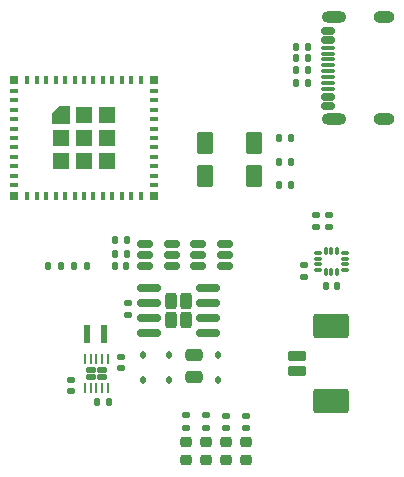
<source format=gbr>
%TF.GenerationSoftware,KiCad,Pcbnew,9.0.0*%
%TF.CreationDate,2025-03-07T19:36:38+09:00*%
%TF.ProjectId,hotdoggu_smolSlimeVR,686f7464-6f67-4677-955f-736d6f6c536c,rev?*%
%TF.SameCoordinates,Original*%
%TF.FileFunction,Paste,Top*%
%TF.FilePolarity,Positive*%
%FSLAX46Y46*%
G04 Gerber Fmt 4.6, Leading zero omitted, Abs format (unit mm)*
G04 Created by KiCad (PCBNEW 9.0.0) date 2025-03-07 19:36:38*
%MOMM*%
%LPD*%
G01*
G04 APERTURE LIST*
G04 Aperture macros list*
%AMRoundRect*
0 Rectangle with rounded corners*
0 $1 Rounding radius*
0 $2 $3 $4 $5 $6 $7 $8 $9 X,Y pos of 4 corners*
0 Add a 4 corners polygon primitive as box body*
4,1,4,$2,$3,$4,$5,$6,$7,$8,$9,$2,$3,0*
0 Add four circle primitives for the rounded corners*
1,1,$1+$1,$2,$3*
1,1,$1+$1,$4,$5*
1,1,$1+$1,$6,$7*
1,1,$1+$1,$8,$9*
0 Add four rect primitives between the rounded corners*
20,1,$1+$1,$2,$3,$4,$5,0*
20,1,$1+$1,$4,$5,$6,$7,0*
20,1,$1+$1,$6,$7,$8,$9,0*
20,1,$1+$1,$8,$9,$2,$3,0*%
%AMFreePoly0*
4,1,6,0.725000,-0.725000,-0.725000,-0.725000,-0.725000,0.125000,-0.125000,0.725000,0.725000,0.725000,0.725000,-0.725000,0.725000,-0.725000,$1*%
G04 Aperture macros list end*
%ADD10RoundRect,0.067500X-0.607500X-0.832500X0.607500X-0.832500X0.607500X0.832500X-0.607500X0.832500X0*%
%ADD11RoundRect,0.135000X-0.135000X-0.185000X0.135000X-0.185000X0.135000X0.185000X-0.135000X0.185000X0*%
%ADD12RoundRect,0.140000X0.140000X0.170000X-0.140000X0.170000X-0.140000X-0.170000X0.140000X-0.170000X0*%
%ADD13RoundRect,0.112500X0.112500X-0.187500X0.112500X0.187500X-0.112500X0.187500X-0.112500X-0.187500X0*%
%ADD14RoundRect,0.250001X1.249999X-0.799999X1.249999X0.799999X-1.249999X0.799999X-1.249999X-0.799999X0*%
%ADD15RoundRect,0.200000X0.600000X-0.200000X0.600000X0.200000X-0.600000X0.200000X-0.600000X-0.200000X0*%
%ADD16RoundRect,0.140000X0.170000X-0.140000X0.170000X0.140000X-0.170000X0.140000X-0.170000X-0.140000X0*%
%ADD17O,1.800000X1.000000*%
%ADD18O,2.100000X1.000000*%
%ADD19RoundRect,0.150000X0.425000X-0.150000X0.425000X0.150000X-0.425000X0.150000X-0.425000X-0.150000X0*%
%ADD20RoundRect,0.075000X0.500000X-0.075000X0.500000X0.075000X-0.500000X0.075000X-0.500000X-0.075000X0*%
%ADD21RoundRect,0.150000X0.512500X0.150000X-0.512500X0.150000X-0.512500X-0.150000X0.512500X-0.150000X0*%
%ADD22RoundRect,0.218750X0.256250X-0.218750X0.256250X0.218750X-0.256250X0.218750X-0.256250X-0.218750X0*%
%ADD23RoundRect,0.137500X0.137500X0.662500X-0.137500X0.662500X-0.137500X-0.662500X0.137500X-0.662500X0*%
%ADD24RoundRect,0.135000X0.185000X-0.135000X0.185000X0.135000X-0.185000X0.135000X-0.185000X-0.135000X0*%
%ADD25RoundRect,0.135000X0.135000X0.185000X-0.135000X0.185000X-0.135000X-0.185000X0.135000X-0.185000X0*%
%ADD26RoundRect,0.062500X0.062500X-0.350000X0.062500X0.350000X-0.062500X0.350000X-0.062500X-0.350000X0*%
%ADD27RoundRect,0.130000X0.305000X-0.130000X0.305000X0.130000X-0.305000X0.130000X-0.305000X-0.130000X0*%
%ADD28RoundRect,0.112500X-0.112500X0.187500X-0.112500X-0.187500X0.112500X-0.187500X0.112500X0.187500X0*%
%ADD29RoundRect,0.250000X0.475000X-0.250000X0.475000X0.250000X-0.475000X0.250000X-0.475000X-0.250000X0*%
%ADD30RoundRect,0.087500X-0.087500X-0.225000X0.087500X-0.225000X0.087500X0.225000X-0.087500X0.225000X0*%
%ADD31RoundRect,0.087500X-0.225000X-0.087500X0.225000X-0.087500X0.225000X0.087500X-0.225000X0.087500X0*%
%ADD32RoundRect,0.140000X-0.170000X0.140000X-0.170000X-0.140000X0.170000X-0.140000X0.170000X0.140000X0*%
%ADD33RoundRect,0.150000X-0.825000X-0.150000X0.825000X-0.150000X0.825000X0.150000X-0.825000X0.150000X0*%
%ADD34RoundRect,0.250000X-0.255000X-0.440000X0.255000X-0.440000X0.255000X0.440000X-0.255000X0.440000X0*%
%ADD35R,0.700000X0.700000*%
%ADD36R,1.450000X1.450000*%
%ADD37FreePoly0,0.000000*%
%ADD38R,0.400000X0.800000*%
%ADD39R,0.800000X0.400000*%
G04 APERTURE END LIST*
D10*
%TO.C,SW3*%
X165370000Y-79435000D03*
X169515000Y-79435000D03*
%TD*%
%TO.C,SW2*%
X165370000Y-76635000D03*
X169515000Y-76635000D03*
%TD*%
D11*
%TO.C,R18*%
X171630000Y-78220000D03*
X172650000Y-78220000D03*
%TD*%
%TO.C,R17*%
X171630000Y-76230000D03*
X172650000Y-76230000D03*
%TD*%
D12*
%TO.C,C7*%
X172600000Y-80200000D03*
X171640000Y-80200000D03*
%TD*%
D13*
%TO.C,D6*%
X160125000Y-96650000D03*
X160125000Y-94550000D03*
%TD*%
D14*
%TO.C,J2*%
X176000000Y-92125000D03*
X176000000Y-98475000D03*
D15*
X173100000Y-94675000D03*
X173100000Y-95925000D03*
%TD*%
D16*
%TO.C,C1*%
X153955000Y-96667500D03*
X153955000Y-97627500D03*
%TD*%
D17*
%TO.C,J1*%
X180475000Y-65980000D03*
D18*
X176295000Y-65980000D03*
D17*
X180475000Y-74620000D03*
D18*
X176295000Y-74620000D03*
D19*
X175720000Y-73500000D03*
X175720000Y-72700000D03*
D20*
X175720000Y-72050000D03*
X175720000Y-71050000D03*
X175720000Y-69550000D03*
X175720000Y-68550000D03*
D19*
X175720000Y-67900000D03*
X175720000Y-67100000D03*
X175720000Y-67100000D03*
X175720000Y-67900000D03*
D20*
X175720000Y-69050000D03*
X175720000Y-70050000D03*
X175720000Y-70550000D03*
X175720000Y-71550000D03*
D19*
X175720000Y-72700000D03*
X175720000Y-73500000D03*
%TD*%
D21*
%TO.C,U4*%
X160262500Y-87075000D03*
X160262500Y-86125000D03*
X160262500Y-85175000D03*
X162537500Y-85175000D03*
X162537500Y-86125000D03*
X162537500Y-87075000D03*
%TD*%
D22*
%TO.C,LED3*%
X163750000Y-101912500D03*
X163750000Y-103487500D03*
%TD*%
D23*
%TO.C,L1*%
X155380000Y-92785000D03*
X156830000Y-92785000D03*
%TD*%
D24*
%TO.C,R11*%
X167150000Y-99702500D03*
X167150000Y-100722500D03*
%TD*%
D12*
%TO.C,C3*%
X157690000Y-87035000D03*
X158650000Y-87035000D03*
%TD*%
D16*
%TO.C,C6*%
X173750000Y-86970000D03*
X173750000Y-87930000D03*
%TD*%
D22*
%TO.C,LED4*%
X168850000Y-101912500D03*
X168850000Y-103487500D03*
%TD*%
D25*
%TO.C,R10*%
X173035000Y-69420000D03*
X174055000Y-69420000D03*
%TD*%
%TO.C,R3*%
X173035000Y-68520000D03*
X174055000Y-68520000D03*
%TD*%
D24*
%TO.C,R12*%
X168850000Y-99700000D03*
X168850000Y-100720000D03*
%TD*%
%TO.C,R4*%
X165450000Y-99690000D03*
X165450000Y-100710000D03*
%TD*%
D26*
%TO.C,U2*%
X155155000Y-94922500D03*
X155655000Y-94922500D03*
X156155000Y-94922500D03*
X156655000Y-94922500D03*
X157155000Y-94922500D03*
X157155000Y-97347500D03*
X156655000Y-97347500D03*
X156155000Y-97347500D03*
X155655000Y-97347500D03*
X155155000Y-97347500D03*
D27*
X156655000Y-95835000D03*
X155655000Y-95835000D03*
X156655000Y-96435000D03*
X155655000Y-96435000D03*
%TD*%
D25*
%TO.C,R2*%
X173035000Y-71520000D03*
X174055000Y-71520000D03*
%TD*%
%TO.C,R9*%
X173035000Y-70420000D03*
X174055000Y-70420000D03*
%TD*%
D28*
%TO.C,D5*%
X166425000Y-96650000D03*
X166425000Y-94550000D03*
%TD*%
D11*
%TO.C,R1*%
X157215000Y-98585000D03*
X156195000Y-98585000D03*
%TD*%
D29*
%TO.C,C4*%
X164425000Y-94550000D03*
X164425000Y-96450000D03*
%TD*%
D28*
%TO.C,D4*%
X162325000Y-96650000D03*
X162325000Y-94550000D03*
%TD*%
D24*
%TO.C,R5*%
X163750000Y-99690000D03*
X163750000Y-100710000D03*
%TD*%
D30*
%TO.C,U6*%
X175550000Y-85737500D03*
X176050000Y-85737500D03*
X176550000Y-85737500D03*
D31*
X177212500Y-85900000D03*
X177212500Y-86400000D03*
X177212500Y-86900000D03*
X177212500Y-87400000D03*
D30*
X176550000Y-87562500D03*
X176050000Y-87562500D03*
X175550000Y-87562500D03*
D31*
X174887500Y-87400000D03*
X174887500Y-86900000D03*
X174887500Y-86400000D03*
X174887500Y-85900000D03*
%TD*%
D24*
%TO.C,R13*%
X174750000Y-82740000D03*
X174750000Y-83760000D03*
%TD*%
%TO.C,R14*%
X175850000Y-82740000D03*
X175850000Y-83760000D03*
%TD*%
D32*
%TO.C,C2*%
X158205000Y-95665000D03*
X158205000Y-94705000D03*
%TD*%
D25*
%TO.C,R7*%
X157690000Y-86025000D03*
X158710000Y-86025000D03*
%TD*%
D11*
%TO.C,R15*%
X155310000Y-87000000D03*
X154290000Y-87000000D03*
%TD*%
D33*
%TO.C,U3*%
X165575000Y-88895000D03*
X165575000Y-90165000D03*
X165575000Y-91435000D03*
X165575000Y-92705000D03*
X160625000Y-92705000D03*
X160625000Y-91435000D03*
X160625000Y-90165000D03*
X160625000Y-88895000D03*
D34*
X163700000Y-91625000D03*
X163700000Y-89975000D03*
X162500000Y-91625000D03*
X162500000Y-89975000D03*
%TD*%
D11*
%TO.C,R8*%
X158710000Y-84825000D03*
X157690000Y-84825000D03*
%TD*%
D35*
%TO.C,U1*%
X149150000Y-71250000D03*
X149150000Y-81150000D03*
X161050000Y-81150000D03*
X161050000Y-71250000D03*
D36*
X157075000Y-78175000D03*
X157075000Y-76200000D03*
X157075000Y-74225000D03*
X155100000Y-78175000D03*
X155100000Y-76200000D03*
X155100000Y-74225000D03*
X153125000Y-78175000D03*
X153125000Y-76200000D03*
D37*
X153125000Y-74225000D03*
D38*
X150300000Y-71300000D03*
X151100000Y-71300000D03*
X151900000Y-71300000D03*
X152700000Y-71300000D03*
X153500000Y-71300000D03*
X154300000Y-71300000D03*
X155100000Y-71300000D03*
X155900000Y-71300000D03*
X156700000Y-71300000D03*
X157500000Y-71300000D03*
X158300000Y-71300000D03*
X159100000Y-71300000D03*
X159900000Y-71300000D03*
D39*
X161000000Y-72200000D03*
X161000000Y-73000000D03*
X161000000Y-73800000D03*
X161000000Y-74600000D03*
X161000000Y-75400000D03*
X161000000Y-76200000D03*
X161000000Y-77000000D03*
X161000000Y-77800000D03*
X161000000Y-78600000D03*
X161000000Y-79400000D03*
X161000000Y-80200000D03*
D38*
X159900000Y-81100000D03*
X159100000Y-81100000D03*
X158300000Y-81100000D03*
X157500000Y-81100000D03*
X156700000Y-81100000D03*
X155900000Y-81100000D03*
X155100000Y-81100000D03*
X154300000Y-81100000D03*
X153500000Y-81100000D03*
X152700000Y-81100000D03*
X151900000Y-81100000D03*
X151100000Y-81100000D03*
X150300000Y-81100000D03*
D39*
X149200000Y-80200000D03*
X149200000Y-79400000D03*
X149200000Y-78600000D03*
X149200000Y-77800000D03*
X149200000Y-77000000D03*
X149200000Y-76200000D03*
X149200000Y-75400000D03*
X149200000Y-74600000D03*
X149200000Y-73800000D03*
X149200000Y-73000000D03*
X149200000Y-72200000D03*
%TD*%
D22*
%TO.C,LED1*%
X167150000Y-101925000D03*
X167150000Y-103500000D03*
%TD*%
D12*
%TO.C,C5*%
X175570000Y-88750000D03*
X176530000Y-88750000D03*
%TD*%
D24*
%TO.C,R6*%
X158800000Y-90190000D03*
X158800000Y-91210000D03*
%TD*%
D11*
%TO.C,R16*%
X153110000Y-87000000D03*
X152090000Y-87000000D03*
%TD*%
D21*
%TO.C,U5*%
X164762500Y-87075000D03*
X164762500Y-86125000D03*
X164762500Y-85175000D03*
X167037500Y-85175000D03*
X167037500Y-86125000D03*
X167037500Y-87075000D03*
%TD*%
D22*
%TO.C,LED2*%
X165450000Y-101912500D03*
X165450000Y-103487500D03*
%TD*%
M02*

</source>
